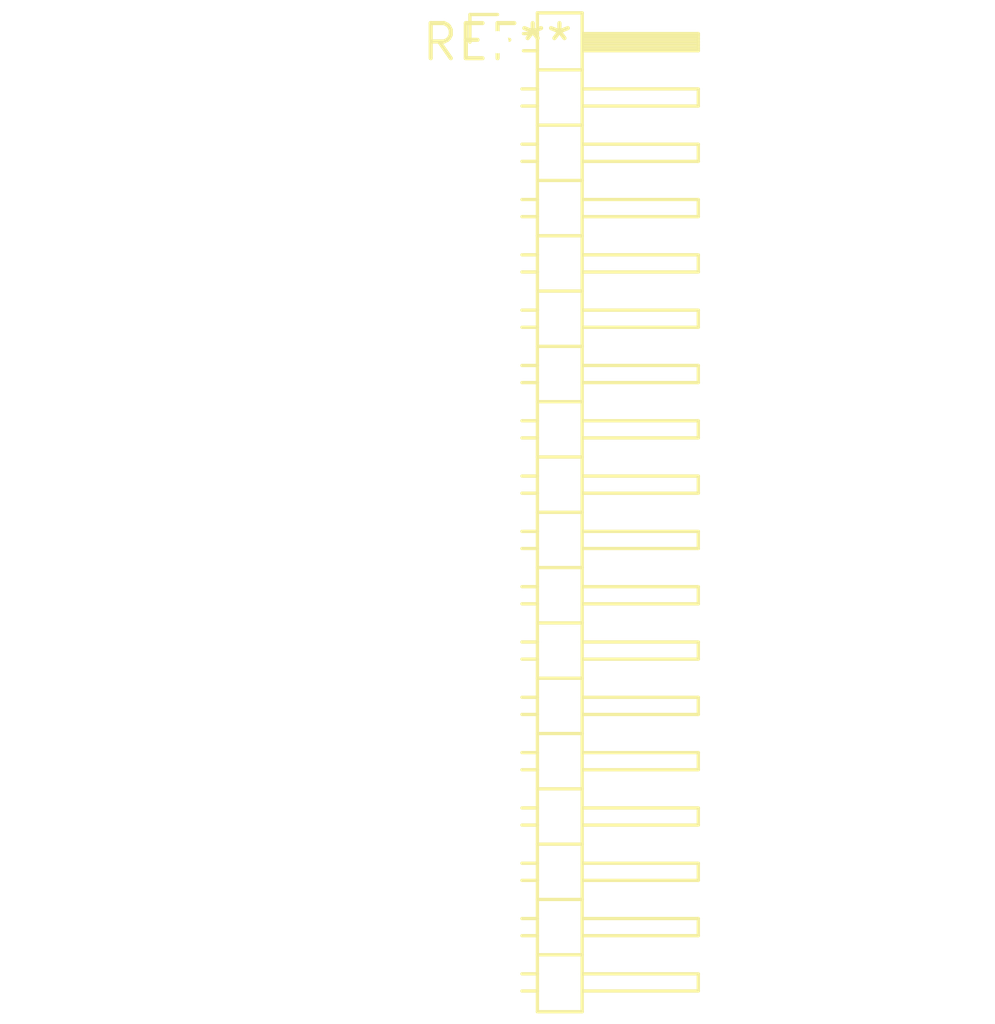
<source format=kicad_pcb>
(kicad_pcb (version 20240108) (generator pcbnew)
  (layers (0 "F.Cu" signal) (31 "B.Cu" signal) (34 "B.Paste" user) (35 "F.Paste" user) (36 "B.SilkS" user "B.Silkscreen") (37 "F.SilkS" user "F.Silkscreen") (38 "B.Mask" user) (39 "F.Mask" user) (44 "Edge.Cuts" user))
  (net 0 "")
  (footprint "PinHeader_1x18_P2.00mm_Horizontal" (layer "F.Cu") (at 0 0)
    (property "Reference" "REF**")
    (property "Value" "PinHeader_1x18_P2.00mm_Horizontal")
    (fp_line (start -1 -1) (end 0 -1) (layer "F.SilkS") (stroke (width 0.12)))
    (fp_line (start -1 0) (end -1 -1) (layer "F.SilkS") (stroke (width 0.12)))
    (fp_line (start 0.882114 1.69) (end 1.44 1.69) (layer "F.SilkS") (stroke (width 0.12)))
    (fp_line (start 0.882114 2.31) (end 1.44 2.31) (layer "F.SilkS") (stroke (width 0.12)))
    (fp_line (start 0.882114 3.69) (end 1.44 3.69) (layer "F.SilkS") (stroke (width 0.12)))
    (fp_line (start 0.882114 4.31) (end 1.44 4.31) (layer "F.SilkS") (stroke (width 0.12)))
    (fp_line (start 0.882114 5.69) (end 1.44 5.69) (layer "F.SilkS") (stroke (width 0.12)))
    (fp_line (start 0.882114 6.31) (end 1.44 6.31) (layer "F.SilkS") (stroke (width 0.12)))
    (fp_line (start 0.882114 7.69) (end 1.44 7.69) (layer "F.SilkS") (stroke (width 0.12)))
    (fp_line (start 0.882114 8.31) (end 1.44 8.31) (layer "F.SilkS") (stroke (width 0.12)))
    (fp_line (start 0.882114 9.69) (end 1.44 9.69) (layer "F.SilkS") (stroke (width 0.12)))
    (fp_line (start 0.882114 10.31) (end 1.44 10.31) (layer "F.SilkS") (stroke (width 0.12)))
    (fp_line (start 0.882114 11.69) (end 1.44 11.69) (layer "F.SilkS") (stroke (width 0.12)))
    (fp_line (start 0.882114 12.31) (end 1.44 12.31) (layer "F.SilkS") (stroke (width 0.12)))
    (fp_line (start 0.882114 13.69) (end 1.44 13.69) (layer "F.SilkS") (stroke (width 0.12)))
    (fp_line (start 0.882114 14.31) (end 1.44 14.31) (layer "F.SilkS") (stroke (width 0.12)))
    (fp_line (start 0.882114 15.69) (end 1.44 15.69) (layer "F.SilkS") (stroke (width 0.12)))
    (fp_line (start 0.882114 16.31) (end 1.44 16.31) (layer "F.SilkS") (stroke (width 0.12)))
    (fp_line (start 0.882114 17.69) (end 1.44 17.69) (layer "F.SilkS") (stroke (width 0.12)))
    (fp_line (start 0.882114 18.31) (end 1.44 18.31) (layer "F.SilkS") (stroke (width 0.12)))
    (fp_line (start 0.882114 19.69) (end 1.44 19.69) (layer "F.SilkS") (stroke (width 0.12)))
    (fp_line (start 0.882114 20.31) (end 1.44 20.31) (layer "F.SilkS") (stroke (width 0.12)))
    (fp_line (start 0.882114 21.69) (end 1.44 21.69) (layer "F.SilkS") (stroke (width 0.12)))
    (fp_line (start 0.882114 22.31) (end 1.44 22.31) (layer "F.SilkS") (stroke (width 0.12)))
    (fp_line (start 0.882114 23.69) (end 1.44 23.69) (layer "F.SilkS") (stroke (width 0.12)))
    (fp_line (start 0.882114 24.31) (end 1.44 24.31) (layer "F.SilkS") (stroke (width 0.12)))
    (fp_line (start 0.882114 25.69) (end 1.44 25.69) (layer "F.SilkS") (stroke (width 0.12)))
    (fp_line (start 0.882114 26.31) (end 1.44 26.31) (layer "F.SilkS") (stroke (width 0.12)))
    (fp_line (start 0.882114 27.69) (end 1.44 27.69) (layer "F.SilkS") (stroke (width 0.12)))
    (fp_line (start 0.882114 28.31) (end 1.44 28.31) (layer "F.SilkS") (stroke (width 0.12)))
    (fp_line (start 0.882114 29.69) (end 1.44 29.69) (layer "F.SilkS") (stroke (width 0.12)))
    (fp_line (start 0.882114 30.31) (end 1.44 30.31) (layer "F.SilkS") (stroke (width 0.12)))
    (fp_line (start 0.882114 31.69) (end 1.44 31.69) (layer "F.SilkS") (stroke (width 0.12)))
    (fp_line (start 0.882114 32.31) (end 1.44 32.31) (layer "F.SilkS") (stroke (width 0.12)))
    (fp_line (start 0.882114 33.69) (end 1.44 33.69) (layer "F.SilkS") (stroke (width 0.12)))
    (fp_line (start 0.882114 34.31) (end 1.44 34.31) (layer "F.SilkS") (stroke (width 0.12)))
    (fp_line (start 0.935 -0.31) (end 1.44 -0.31) (layer "F.SilkS") (stroke (width 0.12)))
    (fp_line (start 0.935 0.31) (end 1.44 0.31) (layer "F.SilkS") (stroke (width 0.12)))
    (fp_line (start 1.44 -1.06) (end 1.44 35.06) (layer "F.SilkS") (stroke (width 0.12)))
    (fp_line (start 1.44 1) (end 3.06 1) (layer "F.SilkS") (stroke (width 0.12)))
    (fp_line (start 1.44 3) (end 3.06 3) (layer "F.SilkS") (stroke (width 0.12)))
    (fp_line (start 1.44 5) (end 3.06 5) (layer "F.SilkS") (stroke (width 0.12)))
    (fp_line (start 1.44 7) (end 3.06 7) (layer "F.SilkS") (stroke (width 0.12)))
    (fp_line (start 1.44 9) (end 3.06 9) (layer "F.SilkS") (stroke (width 0.12)))
    (fp_line (start 1.44 11) (end 3.06 11) (layer "F.SilkS") (stroke (width 0.12)))
    (fp_line (start 1.44 13) (end 3.06 13) (layer "F.SilkS") (stroke (width 0.12)))
    (fp_line (start 1.44 15) (end 3.06 15) (layer "F.SilkS") (stroke (width 0.12)))
    (fp_line (start 1.44 17) (end 3.06 17) (layer "F.SilkS") (stroke (width 0.12)))
    (fp_line (start 1.44 19) (end 3.06 19) (layer "F.SilkS") (stroke (width 0.12)))
    (fp_line (start 1.44 21) (end 3.06 21) (layer "F.SilkS") (stroke (width 0.12)))
    (fp_line (start 1.44 23) (end 3.06 23) (layer "F.SilkS") (stroke (width 0.12)))
    (fp_line (start 1.44 25) (end 3.06 25) (layer "F.SilkS") (stroke (width 0.12)))
    (fp_line (start 1.44 27) (end 3.06 27) (layer "F.SilkS") (stroke (width 0.12)))
    (fp_line (start 1.44 29) (end 3.06 29) (layer "F.SilkS") (stroke (width 0.12)))
    (fp_line (start 1.44 31) (end 3.06 31) (layer "F.SilkS") (stroke (width 0.12)))
    (fp_line (start 1.44 33) (end 3.06 33) (layer "F.SilkS") (stroke (width 0.12)))
    (fp_line (start 1.44 35.06) (end 3.06 35.06) (layer "F.SilkS") (stroke (width 0.12)))
    (fp_line (start 3.06 -1.06) (end 1.44 -1.06) (layer "F.SilkS") (stroke (width 0.12)))
    (fp_line (start 3.06 -0.31) (end 7.26 -0.31) (layer "F.SilkS") (stroke (width 0.12)))
    (fp_line (start 3.06 -0.25) (end 7.26 -0.25) (layer "F.SilkS") (stroke (width 0.12)))
    (fp_line (start 3.06 -0.13) (end 7.26 -0.13) (layer "F.SilkS") (stroke (width 0.12)))
    (fp_line (start 3.06 -0.01) (end 7.26 -0.01) (layer "F.SilkS") (stroke (width 0.12)))
    (fp_line (start 3.06 0.11) (end 7.26 0.11) (layer "F.SilkS") (stroke (width 0.12)))
    (fp_line (start 3.06 0.23) (end 7.26 0.23) (layer "F.SilkS") (stroke (width 0.12)))
    (fp_line (start 3.06 1.69) (end 7.26 1.69) (layer "F.SilkS") (stroke (width 0.12)))
    (fp_line (start 3.06 3.69) (end 7.26 3.69) (layer "F.SilkS") (stroke (width 0.12)))
    (fp_line (start 3.06 5.69) (end 7.26 5.69) (layer "F.SilkS") (stroke (width 0.12)))
    (fp_line (start 3.06 7.69) (end 7.26 7.69) (layer "F.SilkS") (stroke (width 0.12)))
    (fp_line (start 3.06 9.69) (end 7.26 9.69) (layer "F.SilkS") (stroke (width 0.12)))
    (fp_line (start 3.06 11.69) (end 7.26 11.69) (layer "F.SilkS") (stroke (width 0.12)))
    (fp_line (start 3.06 13.69) (end 7.26 13.69) (layer "F.SilkS") (stroke (width 0.12)))
    (fp_line (start 3.06 15.69) (end 7.26 15.69) (layer "F.SilkS") (stroke (width 0.12)))
    (fp_line (start 3.06 17.69) (end 7.26 17.69) (layer "F.SilkS") (stroke (width 0.12)))
    (fp_line (start 3.06 19.69) (end 7.26 19.69) (layer "F.SilkS") (stroke (width 0.12)))
    (fp_line (start 3.06 21.69) (end 7.26 21.69) (layer "F.SilkS") (stroke (width 0.12)))
    (fp_line (start 3.06 23.69) (end 7.26 23.69) (layer "F.SilkS") (stroke (width 0.12)))
    (fp_line (start 3.06 25.69) (end 7.26 25.69) (layer "F.SilkS") (stroke (width 0.12)))
    (fp_line (start 3.06 27.69) (end 7.26 27.69) (layer "F.SilkS") (stroke (width 0.12)))
    (fp_line (start 3.06 29.69) (end 7.26 29.69) (layer "F.SilkS") (stroke (width 0.12)))
    (fp_line (start 3.06 31.69) (end 7.26 31.69) (layer "F.SilkS") (stroke (width 0.12)))
    (fp_line (start 3.06 33.69) (end 7.26 33.69) (layer "F.SilkS") (stroke (width 0.12)))
    (fp_line (start 3.06 35.06) (end 3.06 -1.06) (layer "F.SilkS") (stroke (width 0.12)))
    (fp_line (start 7.26 -0.31) (end 7.26 0.31) (layer "F.SilkS") (stroke (width 0.12)))
    (fp_line (start 7.26 0.31) (end 3.06 0.31) (layer "F.SilkS") (stroke (width 0.12)))
    (fp_line (start 7.26 1.69) (end 7.26 2.31) (layer "F.SilkS") (stroke (width 0.12)))
    (fp_line (start 7.26 2.31) (end 3.06 2.31) (layer "F.SilkS") (stroke (width 0.12)))
    (fp_line (start 7.26 3.69) (end 7.26 4.31) (layer "F.SilkS") (stroke (width 0.12)))
    (fp_line (start 7.26 4.31) (end 3.06 4.31) (layer "F.SilkS") (stroke (width 0.12)))
    (fp_line (start 7.26 5.69) (end 7.26 6.31) (layer "F.SilkS") (stroke (width 0.12)))
    (fp_line (start 7.26 6.31) (end 3.06 6.31) (layer "F.SilkS") (stroke (width 0.12)))
    (fp_line (start 7.26 7.69) (end 7.26 8.31) (layer "F.SilkS") (stroke (width 0.12)))
    (fp_line (start 7.26 8.31) (end 3.06 8.31) (layer "F.SilkS") (stroke (width 0.12)))
    (fp_line (start 7.26 9.69) (end 7.26 10.31) (layer "F.SilkS") (stroke (width 0.12)))
    (fp_line (start 7.26 10.31) (end 3.06 10.31) (layer "F.SilkS") (stroke (width 0.12)))
    (fp_line (start 7.26 11.69) (end 7.26 12.31) (layer "F.SilkS") (stroke (width 0.12)))
    (fp_line (start 7.26 12.31) (end 3.06 12.31) (layer "F.SilkS") (stroke (width 0.12)))
    (fp_line (start 7.26 13.69) (end 7.26 14.31) (layer "F.SilkS") (stroke (width 0.12)))
    (fp_line (start 7.26 14.31) (end 3.06 14.31) (layer "F.SilkS") (stroke (width 0.12)))
    (fp_line (start 7.26 15.69) (end 7.26 16.31) (layer "F.SilkS") (stroke (width 0.12)))
    (fp_line (start 7.26 16.31) (end 3.06 16.31) (layer "F.SilkS") (stroke (width 0.12)))
    (fp_line (start 7.26 17.69) (end 7.26 18.31) (layer "F.SilkS") (stroke (width 0.12)))
    (fp_line (start 7.26 18.31) (end 3.06 18.31) (layer "F.SilkS") (stroke (width 0.12)))
    (fp_line (start 7.26 19.69) (end 7.26 20.31) (layer "F.SilkS") (stroke (width 0.12)))
    (fp_line (start 7.26 20.31) (end 3.06 20.31) (layer "F.SilkS") (stroke (width 0.12)))
    (fp_line (start 7.26 21.69) (end 7.26 22.31) (layer "F.SilkS") (stroke (width 0.12)))
    (fp_line (start 7.26 22.31) (end 3.06 22.31) (layer "F.SilkS") (stroke (width 0.12)))
    (fp_line (start 7.26 23.69) (end 7.26 24.31) (layer "F.SilkS") (stroke (width 0.12)))
    (fp_line (start 7.26 24.31) (end 3.06 24.31) (layer "F.SilkS") (stroke (width 0.12)))
    (fp_line (start 7.26 25.69) (end 7.26 26.31) (layer "F.SilkS") (stroke (width 0.12)))
    (fp_line (start 7.26 26.31) (end 3.06 26.31) (layer "F.SilkS") (stroke (width 0.12)))
    (fp_line (start 7.26 27.69) (end 7.26 28.31) (layer "F.SilkS") (stroke (width 0.12)))
    (fp_line (start 7.26 28.31) (end 3.06 28.31) (layer "F.SilkS") (stroke (width 0.12)))
    (fp_line (start 7.26 29.69) (end 7.26 30.31) (layer "F.SilkS") (stroke (width 0.12)))
    (fp_line (start 7.26 30.31) (end 3.06 30.31) (layer "F.SilkS") (stroke (width 0.12)))
    (fp_line (start 7.26 31.69) (end 7.26 32.31) (layer "F.SilkS") (stroke (width 0.12)))
    (fp_line (start 7.26 32.31) (end 3.06 32.31) (layer "F.SilkS") (stroke (width 0.12)))
    (fp_line (start 7.26 33.69) (end 7.26 34.31) (layer "F.SilkS") (stroke (width 0.12)))
    (fp_line (start 7.26 34.31) (end 3.06 34.31) (layer "F.SilkS") (stroke (width 0.12)))
    (pad "1" thru_hole rect (at 0 0) (size 1.35 1.35) (drill 0.8) (layers *.Cu *.Mask) (remove_unused_layers))
    (pad "2" thru_hole oval (at 0 2) (size 1.35 1.35) (drill 0.8) (layers *.Cu *.Mask) (remove_unused_layers))
    (pad "3" thru_hole oval (at 0 4) (size 1.35 1.35) (drill 0.8) (layers *.Cu *.Mask) (remove_unused_layers))
    (pad "4" thru_hole oval (at 0 6) (size 1.35 1.35) (drill 0.8) (layers *.Cu *.Mask) (remove_unused_layers))
    (pad "5" thru_hole oval (at 0 8) (size 1.35 1.35) (drill 0.8) (layers *.Cu *.Mask) (remove_unused_layers))
    (pad "6" thru_hole oval (at 0 10) (size 1.35 1.35) (drill 0.8) (layers *.Cu *.Mask) (remove_unused_layers))
    (pad "7" thru_hole oval (at 0 12) (size 1.35 1.35) (drill 0.8) (layers *.Cu *.Mask) (remove_unused_layers))
    (pad "8" thru_hole oval (at 0 14) (size 1.35 1.35) (drill 0.8) (layers *.Cu *.Mask) (remove_unused_layers))
    (pad "9" thru_hole oval (at 0 16) (size 1.35 1.35) (drill 0.8) (layers *.Cu *.Mask) (remove_unused_layers))
    (pad "10" thru_hole oval (at 0 18) (size 1.35 1.35) (drill 0.8) (layers *.Cu *.Mask) (remove_unused_layers))
    (pad "11" thru_hole oval (at 0 20) (size 1.35 1.35) (drill 0.8) (layers *.Cu *.Mask) (remove_unused_layers))
    (pad "12" thru_hole oval (at 0 22) (size 1.35 1.35) (drill 0.8) (layers *.Cu *.Mask) (remove_unused_layers))
    (pad "13" thru_hole oval (at 0 24) (size 1.35 1.35) (drill 0.8) (layers *.Cu *.Mask) (remove_unused_layers))
    (pad "14" thru_hole oval (at 0 26) (size 1.35 1.35) (drill 0.8) (layers *.Cu *.Mask) (remove_unused_layers))
    (pad "15" thru_hole oval (at 0 28) (size 1.35 1.35) (drill 0.8) (layers *.Cu *.Mask) (remove_unused_layers))
    (pad "16" thru_hole oval (at 0 30) (size 1.35 1.35) (drill 0.8) (layers *.Cu *.Mask) (remove_unused_layers))
    (pad "17" thru_hole oval (at 0 32) (size 1.35 1.35) (drill 0.8) (layers *.Cu *.Mask) (remove_unused_layers))
    (pad "18" thru_hole oval (at 0 34) (size 1.35 1.35) (drill 0.8) (layers *.Cu *.Mask) (remove_unused_layers))
  )
)
</source>
